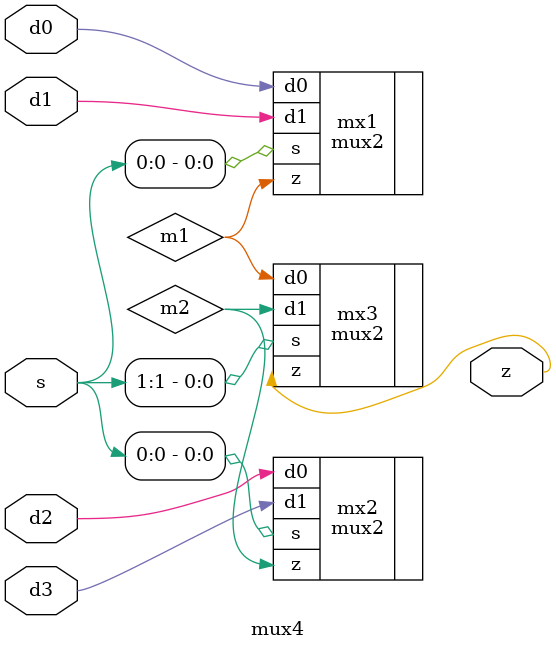
<source format=v>
module mux4 (
    input wire d0,          // Data input 0
    input wire d1,          // Data input 1
    input wire d2,          // Data input 2
    input wire d3,          // Data input 3
    input wire [1:0] s,   // Select input
    output wire z           // Output
);

// Put your code here
// ------------------

	// internal veriables
		wire m1;
		wire m2;
		
	// istantiate the first mux2	
	mux2 mx1(.d0(d0),
			 .d1(d1),
			 .s(s[0]),
			 .z(m1)
			);
			
	// istantiate the second mux2	
	mux2 mx2(.d0(d2),
			 .d1(d3),
			 .s(s[0]),
			 .z(m2)
			);
			
	// istantiate the third mux2	
	mux2 mx3(.d0(m1),
			 .d1(m2),
			 .s(s[1]),
			 .z(z)
			);
	

// End of your code

endmodule

</source>
